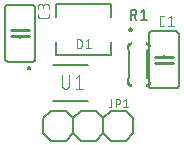
<source format=gbr>
G04 EAGLE Gerber RS-274X export*
G75*
%MOMM*%
%FSLAX34Y34*%
%LPD*%
%INSilkscreen Top*%
%IPPOS*%
%AMOC8*
5,1,8,0,0,1.08239X$1,22.5*%
G01*
%ADD10C,0.127000*%
%ADD11C,0.200000*%
%ADD12C,0.076200*%
%ADD13C,0.152400*%
%ADD14C,0.254000*%
%ADD15C,0.101600*%
%ADD16C,0.015238*%


D10*
X129910Y127061D02*
X176410Y127061D01*
X176410Y137861D01*
X176410Y170061D02*
X129910Y170061D01*
X129910Y137861D02*
X129910Y127061D01*
X176410Y159261D02*
X176410Y170061D01*
X129910Y170061D02*
X129910Y159261D01*
D11*
X192160Y148561D02*
X192162Y148624D01*
X192168Y148686D01*
X192178Y148748D01*
X192191Y148810D01*
X192209Y148870D01*
X192230Y148929D01*
X192255Y148987D01*
X192284Y149043D01*
X192316Y149097D01*
X192351Y149149D01*
X192389Y149198D01*
X192431Y149246D01*
X192475Y149290D01*
X192523Y149332D01*
X192572Y149370D01*
X192624Y149405D01*
X192678Y149437D01*
X192734Y149466D01*
X192792Y149491D01*
X192851Y149512D01*
X192911Y149530D01*
X192973Y149543D01*
X193035Y149553D01*
X193097Y149559D01*
X193160Y149561D01*
X193223Y149559D01*
X193285Y149553D01*
X193347Y149543D01*
X193409Y149530D01*
X193469Y149512D01*
X193528Y149491D01*
X193586Y149466D01*
X193642Y149437D01*
X193696Y149405D01*
X193748Y149370D01*
X193797Y149332D01*
X193845Y149290D01*
X193889Y149246D01*
X193931Y149198D01*
X193969Y149149D01*
X194004Y149097D01*
X194036Y149043D01*
X194065Y148987D01*
X194090Y148929D01*
X194111Y148870D01*
X194129Y148810D01*
X194142Y148748D01*
X194152Y148686D01*
X194158Y148624D01*
X194160Y148561D01*
X194158Y148498D01*
X194152Y148436D01*
X194142Y148374D01*
X194129Y148312D01*
X194111Y148252D01*
X194090Y148193D01*
X194065Y148135D01*
X194036Y148079D01*
X194004Y148025D01*
X193969Y147973D01*
X193931Y147924D01*
X193889Y147876D01*
X193845Y147832D01*
X193797Y147790D01*
X193748Y147752D01*
X193696Y147717D01*
X193642Y147685D01*
X193586Y147656D01*
X193528Y147631D01*
X193469Y147610D01*
X193409Y147592D01*
X193347Y147579D01*
X193285Y147569D01*
X193223Y147563D01*
X193160Y147561D01*
X193097Y147563D01*
X193035Y147569D01*
X192973Y147579D01*
X192911Y147592D01*
X192851Y147610D01*
X192792Y147631D01*
X192734Y147656D01*
X192678Y147685D01*
X192624Y147717D01*
X192572Y147752D01*
X192523Y147790D01*
X192475Y147832D01*
X192431Y147876D01*
X192389Y147924D01*
X192351Y147973D01*
X192316Y148025D01*
X192284Y148079D01*
X192255Y148135D01*
X192230Y148193D01*
X192209Y148252D01*
X192191Y148312D01*
X192178Y148374D01*
X192168Y148436D01*
X192162Y148498D01*
X192160Y148561D01*
D12*
X147635Y140191D02*
X147635Y132825D01*
X147635Y140191D02*
X149681Y140191D01*
X149770Y140189D01*
X149859Y140183D01*
X149948Y140173D01*
X150036Y140160D01*
X150124Y140143D01*
X150211Y140121D01*
X150296Y140096D01*
X150381Y140068D01*
X150464Y140035D01*
X150546Y139999D01*
X150626Y139960D01*
X150704Y139917D01*
X150780Y139871D01*
X150855Y139821D01*
X150927Y139768D01*
X150996Y139712D01*
X151063Y139653D01*
X151128Y139592D01*
X151189Y139527D01*
X151248Y139460D01*
X151304Y139391D01*
X151357Y139319D01*
X151407Y139244D01*
X151453Y139168D01*
X151496Y139090D01*
X151535Y139010D01*
X151571Y138928D01*
X151604Y138845D01*
X151632Y138760D01*
X151657Y138675D01*
X151679Y138588D01*
X151696Y138500D01*
X151709Y138412D01*
X151719Y138323D01*
X151725Y138234D01*
X151727Y138145D01*
X151727Y134872D01*
X151725Y134783D01*
X151719Y134694D01*
X151709Y134605D01*
X151696Y134517D01*
X151679Y134429D01*
X151657Y134342D01*
X151632Y134257D01*
X151604Y134172D01*
X151571Y134089D01*
X151535Y134007D01*
X151496Y133927D01*
X151453Y133849D01*
X151407Y133773D01*
X151357Y133698D01*
X151304Y133626D01*
X151248Y133557D01*
X151189Y133490D01*
X151128Y133425D01*
X151063Y133364D01*
X150996Y133305D01*
X150927Y133249D01*
X150855Y133196D01*
X150780Y133146D01*
X150704Y133100D01*
X150626Y133057D01*
X150546Y133018D01*
X150464Y132982D01*
X150381Y132949D01*
X150296Y132921D01*
X150211Y132896D01*
X150124Y132874D01*
X150036Y132857D01*
X149948Y132844D01*
X149859Y132834D01*
X149770Y132828D01*
X149681Y132826D01*
X149681Y132825D02*
X147635Y132825D01*
X155194Y138555D02*
X157240Y140191D01*
X157240Y132825D01*
X155194Y132825D02*
X159286Y132825D01*
D13*
X208483Y144526D02*
X208483Y101346D01*
X233883Y101346D02*
X233883Y144526D01*
X231343Y147066D02*
X211023Y147066D01*
X211023Y98806D02*
X231343Y98806D01*
X208483Y144526D02*
X208485Y144626D01*
X208491Y144725D01*
X208501Y144825D01*
X208514Y144923D01*
X208532Y145022D01*
X208553Y145119D01*
X208578Y145215D01*
X208607Y145311D01*
X208640Y145405D01*
X208676Y145498D01*
X208716Y145589D01*
X208760Y145679D01*
X208807Y145767D01*
X208857Y145853D01*
X208911Y145937D01*
X208968Y146019D01*
X209028Y146098D01*
X209092Y146176D01*
X209158Y146250D01*
X209227Y146322D01*
X209299Y146391D01*
X209373Y146457D01*
X209451Y146521D01*
X209530Y146581D01*
X209612Y146638D01*
X209696Y146692D01*
X209782Y146742D01*
X209870Y146789D01*
X209960Y146833D01*
X210051Y146873D01*
X210144Y146909D01*
X210238Y146942D01*
X210334Y146971D01*
X210430Y146996D01*
X210527Y147017D01*
X210626Y147035D01*
X210724Y147048D01*
X210824Y147058D01*
X210923Y147064D01*
X211023Y147066D01*
X208483Y101346D02*
X208485Y101246D01*
X208491Y101147D01*
X208501Y101047D01*
X208514Y100949D01*
X208532Y100850D01*
X208553Y100753D01*
X208578Y100657D01*
X208607Y100561D01*
X208640Y100467D01*
X208676Y100374D01*
X208716Y100283D01*
X208760Y100193D01*
X208807Y100105D01*
X208857Y100019D01*
X208911Y99935D01*
X208968Y99853D01*
X209028Y99774D01*
X209092Y99696D01*
X209158Y99622D01*
X209227Y99550D01*
X209299Y99481D01*
X209373Y99415D01*
X209451Y99351D01*
X209530Y99291D01*
X209612Y99234D01*
X209696Y99180D01*
X209782Y99130D01*
X209870Y99083D01*
X209960Y99039D01*
X210051Y98999D01*
X210144Y98963D01*
X210238Y98930D01*
X210334Y98901D01*
X210430Y98876D01*
X210527Y98855D01*
X210626Y98837D01*
X210724Y98824D01*
X210824Y98814D01*
X210923Y98808D01*
X211023Y98806D01*
X233883Y144526D02*
X233881Y144626D01*
X233875Y144725D01*
X233865Y144825D01*
X233852Y144923D01*
X233834Y145022D01*
X233813Y145119D01*
X233788Y145215D01*
X233759Y145311D01*
X233726Y145405D01*
X233690Y145498D01*
X233650Y145589D01*
X233606Y145679D01*
X233559Y145767D01*
X233509Y145853D01*
X233455Y145937D01*
X233398Y146019D01*
X233338Y146098D01*
X233274Y146176D01*
X233208Y146250D01*
X233139Y146322D01*
X233067Y146391D01*
X232993Y146457D01*
X232915Y146521D01*
X232836Y146581D01*
X232754Y146638D01*
X232670Y146692D01*
X232584Y146742D01*
X232496Y146789D01*
X232406Y146833D01*
X232315Y146873D01*
X232222Y146909D01*
X232128Y146942D01*
X232032Y146971D01*
X231936Y146996D01*
X231839Y147017D01*
X231740Y147035D01*
X231642Y147048D01*
X231542Y147058D01*
X231443Y147064D01*
X231343Y147066D01*
X233883Y101346D02*
X233881Y101246D01*
X233875Y101147D01*
X233865Y101047D01*
X233852Y100949D01*
X233834Y100850D01*
X233813Y100753D01*
X233788Y100657D01*
X233759Y100561D01*
X233726Y100467D01*
X233690Y100374D01*
X233650Y100283D01*
X233606Y100193D01*
X233559Y100105D01*
X233509Y100019D01*
X233455Y99935D01*
X233398Y99853D01*
X233338Y99774D01*
X233274Y99696D01*
X233208Y99622D01*
X233139Y99550D01*
X233067Y99481D01*
X232993Y99415D01*
X232915Y99351D01*
X232836Y99291D01*
X232754Y99234D01*
X232670Y99180D01*
X232584Y99130D01*
X232496Y99083D01*
X232406Y99039D01*
X232315Y98999D01*
X232222Y98963D01*
X232128Y98930D01*
X232032Y98901D01*
X231936Y98876D01*
X231839Y98855D01*
X231740Y98837D01*
X231642Y98824D01*
X231542Y98814D01*
X231443Y98808D01*
X231343Y98806D01*
X221183Y125476D02*
X221183Y126746D01*
D14*
X221183Y125476D02*
X213563Y125476D01*
X221183Y125476D02*
X228803Y125476D01*
X221183Y120396D02*
X213563Y120396D01*
X221183Y120396D02*
X228803Y120396D01*
D13*
X221183Y120396D02*
X221183Y119126D01*
D15*
X221652Y151206D02*
X219676Y151206D01*
X219590Y151208D01*
X219504Y151214D01*
X219418Y151223D01*
X219333Y151236D01*
X219248Y151253D01*
X219165Y151273D01*
X219082Y151297D01*
X219000Y151325D01*
X218920Y151356D01*
X218841Y151391D01*
X218764Y151429D01*
X218688Y151471D01*
X218614Y151515D01*
X218543Y151563D01*
X218473Y151614D01*
X218406Y151668D01*
X218341Y151725D01*
X218279Y151785D01*
X218219Y151847D01*
X218162Y151912D01*
X218108Y151979D01*
X218057Y152049D01*
X218009Y152120D01*
X217965Y152194D01*
X217923Y152270D01*
X217885Y152347D01*
X217850Y152426D01*
X217819Y152506D01*
X217791Y152588D01*
X217767Y152671D01*
X217747Y152754D01*
X217730Y152839D01*
X217717Y152924D01*
X217708Y153010D01*
X217702Y153096D01*
X217700Y153182D01*
X217701Y153182D02*
X217701Y158121D01*
X217700Y158121D02*
X217702Y158210D01*
X217708Y158298D01*
X217718Y158386D01*
X217732Y158474D01*
X217750Y158561D01*
X217771Y158647D01*
X217797Y158732D01*
X217826Y158815D01*
X217859Y158898D01*
X217896Y158978D01*
X217936Y159057D01*
X217980Y159134D01*
X218027Y159210D01*
X218077Y159282D01*
X218131Y159353D01*
X218188Y159421D01*
X218248Y159487D01*
X218310Y159549D01*
X218376Y159609D01*
X218444Y159666D01*
X218515Y159720D01*
X218587Y159770D01*
X218662Y159817D01*
X218740Y159861D01*
X218819Y159901D01*
X218899Y159938D01*
X218982Y159971D01*
X219065Y160000D01*
X219150Y160026D01*
X219236Y160047D01*
X219323Y160065D01*
X219411Y160079D01*
X219499Y160089D01*
X219587Y160095D01*
X219676Y160097D01*
X219676Y160096D02*
X221652Y160096D01*
X225160Y158121D02*
X227629Y160096D01*
X227629Y151206D01*
X225160Y151206D02*
X230099Y151206D01*
D16*
X209422Y134416D02*
X208049Y134416D01*
X208049Y134417D02*
X208044Y134500D01*
X208035Y134584D01*
X208022Y134666D01*
X208006Y134748D01*
X207986Y134829D01*
X207962Y134910D01*
X207934Y134989D01*
X207903Y135066D01*
X207869Y135142D01*
X207831Y135217D01*
X207790Y135290D01*
X207745Y135361D01*
X207698Y135430D01*
X207647Y135496D01*
X207594Y135560D01*
X207537Y135622D01*
X207478Y135681D01*
X207416Y135738D01*
X207352Y135791D01*
X207286Y135842D01*
X207217Y135889D01*
X207146Y135934D01*
X207073Y135975D01*
X206998Y136013D01*
X206922Y136047D01*
X206845Y136078D01*
X206766Y136106D01*
X206685Y136130D01*
X206604Y136150D01*
X206522Y136166D01*
X206440Y136179D01*
X206356Y136188D01*
X206273Y136193D01*
X206272Y137566D01*
X206273Y137566D01*
X206385Y137562D01*
X206496Y137553D01*
X206607Y137541D01*
X206718Y137525D01*
X206827Y137505D01*
X206937Y137481D01*
X207045Y137454D01*
X207152Y137422D01*
X207258Y137387D01*
X207363Y137349D01*
X207467Y137307D01*
X207568Y137261D01*
X207669Y137212D01*
X207767Y137159D01*
X207864Y137103D01*
X207959Y137044D01*
X208051Y136981D01*
X208141Y136915D01*
X208229Y136846D01*
X208315Y136775D01*
X208398Y136700D01*
X208478Y136622D01*
X208556Y136542D01*
X208631Y136459D01*
X208702Y136373D01*
X208771Y136285D01*
X208837Y136195D01*
X208900Y136103D01*
X208959Y136008D01*
X209015Y135911D01*
X209068Y135813D01*
X209117Y135712D01*
X209163Y135611D01*
X209205Y135507D01*
X209243Y135402D01*
X209278Y135296D01*
X209310Y135189D01*
X209337Y135081D01*
X209361Y134971D01*
X209381Y134862D01*
X209397Y134751D01*
X209409Y134640D01*
X209418Y134529D01*
X209422Y134417D01*
X209279Y134417D01*
X209274Y134526D01*
X209266Y134635D01*
X209254Y134743D01*
X209238Y134851D01*
X209218Y134958D01*
X209194Y135065D01*
X209166Y135170D01*
X209135Y135275D01*
X209100Y135378D01*
X209062Y135480D01*
X209020Y135581D01*
X208974Y135680D01*
X208925Y135777D01*
X208872Y135873D01*
X208817Y135967D01*
X208757Y136058D01*
X208695Y136148D01*
X208630Y136235D01*
X208561Y136320D01*
X208490Y136402D01*
X208415Y136482D01*
X208338Y136559D01*
X208258Y136634D01*
X208176Y136705D01*
X208091Y136774D01*
X208004Y136839D01*
X207914Y136901D01*
X207823Y136961D01*
X207729Y137016D01*
X207633Y137069D01*
X207536Y137118D01*
X207437Y137164D01*
X207336Y137206D01*
X207234Y137244D01*
X207131Y137279D01*
X207026Y137310D01*
X206921Y137338D01*
X206814Y137362D01*
X206707Y137382D01*
X206599Y137398D01*
X206491Y137410D01*
X206382Y137418D01*
X206273Y137423D01*
X206273Y137280D01*
X206379Y137275D01*
X206485Y137267D01*
X206591Y137255D01*
X206696Y137238D01*
X206800Y137218D01*
X206904Y137195D01*
X207007Y137167D01*
X207108Y137136D01*
X207209Y137101D01*
X207308Y137063D01*
X207406Y137021D01*
X207502Y136976D01*
X207596Y136927D01*
X207689Y136874D01*
X207780Y136819D01*
X207868Y136760D01*
X207954Y136698D01*
X208039Y136633D01*
X208120Y136565D01*
X208199Y136494D01*
X208276Y136420D01*
X208350Y136343D01*
X208421Y136264D01*
X208489Y136183D01*
X208554Y136098D01*
X208616Y136012D01*
X208675Y135924D01*
X208730Y135833D01*
X208783Y135740D01*
X208832Y135646D01*
X208877Y135550D01*
X208919Y135452D01*
X208957Y135353D01*
X208992Y135252D01*
X209023Y135151D01*
X209051Y135048D01*
X209074Y134944D01*
X209094Y134840D01*
X209111Y134735D01*
X209123Y134629D01*
X209131Y134523D01*
X209136Y134417D01*
X208993Y134417D01*
X208988Y134520D01*
X208980Y134623D01*
X208967Y134726D01*
X208951Y134828D01*
X208931Y134930D01*
X208908Y135031D01*
X208880Y135130D01*
X208849Y135229D01*
X208815Y135326D01*
X208776Y135423D01*
X208735Y135517D01*
X208689Y135610D01*
X208641Y135702D01*
X208589Y135791D01*
X208534Y135878D01*
X208475Y135964D01*
X208414Y136047D01*
X208349Y136128D01*
X208281Y136206D01*
X208211Y136282D01*
X208138Y136355D01*
X208062Y136425D01*
X207984Y136493D01*
X207903Y136558D01*
X207820Y136619D01*
X207734Y136678D01*
X207647Y136733D01*
X207558Y136785D01*
X207466Y136833D01*
X207373Y136879D01*
X207279Y136920D01*
X207182Y136959D01*
X207085Y136993D01*
X206986Y137024D01*
X206887Y137052D01*
X206786Y137075D01*
X206684Y137095D01*
X206582Y137111D01*
X206479Y137124D01*
X206376Y137132D01*
X206273Y137137D01*
X206273Y136994D01*
X206373Y136989D01*
X206473Y136981D01*
X206573Y136968D01*
X206672Y136952D01*
X206771Y136932D01*
X206868Y136909D01*
X206965Y136882D01*
X207060Y136851D01*
X207155Y136816D01*
X207248Y136778D01*
X207339Y136737D01*
X207429Y136692D01*
X207517Y136643D01*
X207603Y136592D01*
X207687Y136537D01*
X207769Y136479D01*
X207849Y136418D01*
X207926Y136354D01*
X208001Y136287D01*
X208074Y136218D01*
X208143Y136145D01*
X208210Y136070D01*
X208274Y135993D01*
X208335Y135913D01*
X208393Y135831D01*
X208448Y135747D01*
X208499Y135661D01*
X208548Y135573D01*
X208593Y135483D01*
X208634Y135392D01*
X208672Y135299D01*
X208707Y135204D01*
X208738Y135109D01*
X208765Y135012D01*
X208788Y134915D01*
X208808Y134816D01*
X208824Y134717D01*
X208837Y134617D01*
X208845Y134517D01*
X208850Y134417D01*
X208707Y134417D01*
X208702Y134517D01*
X208693Y134616D01*
X208680Y134715D01*
X208663Y134813D01*
X208642Y134911D01*
X208618Y135008D01*
X208589Y135103D01*
X208557Y135198D01*
X208521Y135291D01*
X208482Y135383D01*
X208439Y135472D01*
X208392Y135561D01*
X208342Y135647D01*
X208288Y135731D01*
X208231Y135813D01*
X208171Y135893D01*
X208108Y135970D01*
X208042Y136045D01*
X207973Y136117D01*
X207901Y136186D01*
X207826Y136252D01*
X207749Y136315D01*
X207669Y136375D01*
X207587Y136432D01*
X207503Y136486D01*
X207417Y136536D01*
X207328Y136583D01*
X207239Y136626D01*
X207147Y136665D01*
X207054Y136701D01*
X206959Y136733D01*
X206864Y136762D01*
X206767Y136786D01*
X206669Y136807D01*
X206571Y136824D01*
X206472Y136837D01*
X206373Y136846D01*
X206273Y136851D01*
X206273Y136708D01*
X206369Y136703D01*
X206465Y136694D01*
X206561Y136681D01*
X206656Y136664D01*
X206750Y136644D01*
X206843Y136619D01*
X206935Y136591D01*
X207026Y136559D01*
X207116Y136523D01*
X207204Y136484D01*
X207291Y136441D01*
X207375Y136395D01*
X207458Y136345D01*
X207538Y136292D01*
X207617Y136236D01*
X207693Y136177D01*
X207766Y136115D01*
X207837Y136049D01*
X207905Y135981D01*
X207971Y135910D01*
X208033Y135837D01*
X208092Y135761D01*
X208148Y135682D01*
X208201Y135602D01*
X208251Y135519D01*
X208297Y135435D01*
X208340Y135348D01*
X208379Y135260D01*
X208415Y135170D01*
X208447Y135079D01*
X208475Y134987D01*
X208500Y134894D01*
X208520Y134800D01*
X208537Y134705D01*
X208550Y134609D01*
X208559Y134513D01*
X208564Y134417D01*
X208421Y134417D01*
X208416Y134510D01*
X208407Y134602D01*
X208394Y134694D01*
X208377Y134785D01*
X208357Y134876D01*
X208333Y134966D01*
X208305Y135054D01*
X208273Y135142D01*
X208238Y135227D01*
X208199Y135312D01*
X208157Y135395D01*
X208111Y135475D01*
X208062Y135554D01*
X208010Y135631D01*
X207954Y135706D01*
X207896Y135778D01*
X207835Y135847D01*
X207770Y135914D01*
X207703Y135979D01*
X207634Y136040D01*
X207562Y136098D01*
X207487Y136154D01*
X207410Y136206D01*
X207331Y136255D01*
X207251Y136301D01*
X207168Y136343D01*
X207083Y136382D01*
X206998Y136417D01*
X206910Y136449D01*
X206822Y136477D01*
X206732Y136501D01*
X206641Y136521D01*
X206550Y136538D01*
X206458Y136551D01*
X206366Y136560D01*
X206273Y136565D01*
X206273Y136422D01*
X206362Y136416D01*
X206451Y136408D01*
X206539Y136395D01*
X206626Y136378D01*
X206713Y136358D01*
X206799Y136334D01*
X206884Y136307D01*
X206967Y136275D01*
X207049Y136241D01*
X207130Y136202D01*
X207208Y136161D01*
X207285Y136116D01*
X207360Y136068D01*
X207433Y136016D01*
X207504Y135962D01*
X207572Y135905D01*
X207637Y135844D01*
X207700Y135781D01*
X207761Y135716D01*
X207818Y135648D01*
X207872Y135577D01*
X207924Y135504D01*
X207972Y135429D01*
X208017Y135352D01*
X208058Y135274D01*
X208097Y135193D01*
X208131Y135111D01*
X208163Y135028D01*
X208190Y134943D01*
X208214Y134857D01*
X208234Y134770D01*
X208251Y134683D01*
X208264Y134595D01*
X208272Y134506D01*
X208278Y134417D01*
X208135Y134417D01*
X208129Y134502D01*
X208120Y134587D01*
X208108Y134671D01*
X208091Y134754D01*
X208071Y134837D01*
X208048Y134919D01*
X208021Y134999D01*
X207990Y135079D01*
X207956Y135157D01*
X207919Y135233D01*
X207878Y135308D01*
X207834Y135381D01*
X207786Y135452D01*
X207736Y135520D01*
X207683Y135587D01*
X207627Y135651D01*
X207568Y135712D01*
X207507Y135771D01*
X207443Y135827D01*
X207376Y135880D01*
X207308Y135930D01*
X207237Y135978D01*
X207164Y136022D01*
X207089Y136063D01*
X207013Y136100D01*
X206935Y136134D01*
X206855Y136165D01*
X206775Y136192D01*
X206693Y136215D01*
X206610Y136235D01*
X206527Y136252D01*
X206443Y136264D01*
X206358Y136273D01*
X206273Y136279D01*
X193422Y137566D02*
X193422Y136193D01*
X193421Y136193D02*
X193338Y136188D01*
X193254Y136179D01*
X193172Y136166D01*
X193090Y136150D01*
X193009Y136130D01*
X192928Y136106D01*
X192849Y136078D01*
X192772Y136047D01*
X192696Y136013D01*
X192621Y135975D01*
X192548Y135934D01*
X192477Y135889D01*
X192408Y135842D01*
X192342Y135791D01*
X192278Y135738D01*
X192216Y135681D01*
X192157Y135622D01*
X192100Y135560D01*
X192047Y135496D01*
X191996Y135430D01*
X191949Y135361D01*
X191904Y135290D01*
X191863Y135217D01*
X191825Y135142D01*
X191791Y135066D01*
X191760Y134989D01*
X191732Y134910D01*
X191708Y134829D01*
X191688Y134748D01*
X191672Y134666D01*
X191659Y134584D01*
X191650Y134500D01*
X191645Y134417D01*
X190272Y134416D01*
X190272Y134417D01*
X190276Y134529D01*
X190285Y134640D01*
X190297Y134751D01*
X190313Y134862D01*
X190333Y134971D01*
X190357Y135081D01*
X190384Y135189D01*
X190416Y135296D01*
X190451Y135402D01*
X190489Y135507D01*
X190531Y135611D01*
X190577Y135712D01*
X190626Y135813D01*
X190679Y135911D01*
X190735Y136008D01*
X190794Y136103D01*
X190857Y136195D01*
X190923Y136285D01*
X190992Y136373D01*
X191063Y136459D01*
X191138Y136542D01*
X191216Y136622D01*
X191296Y136700D01*
X191379Y136775D01*
X191465Y136846D01*
X191553Y136915D01*
X191643Y136981D01*
X191735Y137044D01*
X191830Y137103D01*
X191927Y137159D01*
X192025Y137212D01*
X192126Y137261D01*
X192227Y137307D01*
X192331Y137349D01*
X192436Y137387D01*
X192542Y137422D01*
X192649Y137454D01*
X192757Y137481D01*
X192867Y137505D01*
X192976Y137525D01*
X193087Y137541D01*
X193198Y137553D01*
X193309Y137562D01*
X193421Y137566D01*
X193421Y137423D01*
X193312Y137418D01*
X193203Y137410D01*
X193095Y137398D01*
X192987Y137382D01*
X192880Y137362D01*
X192773Y137338D01*
X192668Y137310D01*
X192563Y137279D01*
X192460Y137244D01*
X192358Y137206D01*
X192257Y137164D01*
X192158Y137118D01*
X192061Y137069D01*
X191965Y137016D01*
X191871Y136961D01*
X191780Y136901D01*
X191690Y136839D01*
X191603Y136774D01*
X191518Y136705D01*
X191436Y136634D01*
X191356Y136559D01*
X191279Y136482D01*
X191204Y136402D01*
X191133Y136320D01*
X191064Y136235D01*
X190999Y136148D01*
X190937Y136058D01*
X190877Y135967D01*
X190822Y135873D01*
X190769Y135777D01*
X190720Y135680D01*
X190674Y135581D01*
X190632Y135480D01*
X190594Y135378D01*
X190559Y135275D01*
X190528Y135170D01*
X190500Y135065D01*
X190476Y134958D01*
X190456Y134851D01*
X190440Y134743D01*
X190428Y134635D01*
X190420Y134526D01*
X190415Y134417D01*
X190558Y134417D01*
X190563Y134523D01*
X190571Y134629D01*
X190583Y134735D01*
X190600Y134840D01*
X190620Y134944D01*
X190643Y135048D01*
X190671Y135151D01*
X190702Y135252D01*
X190737Y135353D01*
X190775Y135452D01*
X190817Y135550D01*
X190862Y135646D01*
X190911Y135740D01*
X190964Y135833D01*
X191019Y135924D01*
X191078Y136012D01*
X191140Y136098D01*
X191205Y136183D01*
X191273Y136264D01*
X191344Y136343D01*
X191418Y136420D01*
X191495Y136494D01*
X191574Y136565D01*
X191655Y136633D01*
X191740Y136698D01*
X191826Y136760D01*
X191914Y136819D01*
X192005Y136874D01*
X192098Y136927D01*
X192192Y136976D01*
X192288Y137021D01*
X192386Y137063D01*
X192485Y137101D01*
X192586Y137136D01*
X192687Y137167D01*
X192790Y137195D01*
X192894Y137218D01*
X192998Y137238D01*
X193103Y137255D01*
X193209Y137267D01*
X193315Y137275D01*
X193421Y137280D01*
X193421Y137137D01*
X193318Y137132D01*
X193215Y137124D01*
X193112Y137111D01*
X193010Y137095D01*
X192908Y137075D01*
X192807Y137052D01*
X192708Y137024D01*
X192609Y136993D01*
X192512Y136959D01*
X192415Y136920D01*
X192321Y136879D01*
X192228Y136833D01*
X192136Y136785D01*
X192047Y136733D01*
X191960Y136678D01*
X191874Y136619D01*
X191791Y136558D01*
X191710Y136493D01*
X191632Y136425D01*
X191556Y136355D01*
X191483Y136282D01*
X191413Y136206D01*
X191345Y136128D01*
X191280Y136047D01*
X191219Y135964D01*
X191160Y135878D01*
X191105Y135791D01*
X191053Y135702D01*
X191005Y135610D01*
X190959Y135517D01*
X190918Y135423D01*
X190879Y135326D01*
X190845Y135229D01*
X190814Y135130D01*
X190786Y135031D01*
X190763Y134930D01*
X190743Y134828D01*
X190727Y134726D01*
X190714Y134623D01*
X190706Y134520D01*
X190701Y134417D01*
X190844Y134417D01*
X190849Y134517D01*
X190857Y134617D01*
X190870Y134717D01*
X190886Y134816D01*
X190906Y134915D01*
X190929Y135012D01*
X190956Y135109D01*
X190987Y135204D01*
X191022Y135299D01*
X191060Y135392D01*
X191101Y135483D01*
X191146Y135573D01*
X191195Y135661D01*
X191246Y135747D01*
X191301Y135831D01*
X191359Y135913D01*
X191420Y135993D01*
X191484Y136070D01*
X191551Y136145D01*
X191620Y136218D01*
X191693Y136287D01*
X191768Y136354D01*
X191845Y136418D01*
X191925Y136479D01*
X192007Y136537D01*
X192091Y136592D01*
X192177Y136643D01*
X192265Y136692D01*
X192355Y136737D01*
X192446Y136778D01*
X192539Y136816D01*
X192634Y136851D01*
X192729Y136882D01*
X192826Y136909D01*
X192923Y136932D01*
X193022Y136952D01*
X193121Y136968D01*
X193221Y136981D01*
X193321Y136989D01*
X193421Y136994D01*
X193421Y136851D01*
X193321Y136846D01*
X193222Y136837D01*
X193123Y136824D01*
X193025Y136807D01*
X192927Y136786D01*
X192830Y136762D01*
X192735Y136733D01*
X192640Y136701D01*
X192547Y136665D01*
X192455Y136626D01*
X192366Y136583D01*
X192277Y136536D01*
X192191Y136486D01*
X192107Y136432D01*
X192025Y136375D01*
X191945Y136315D01*
X191868Y136252D01*
X191793Y136186D01*
X191721Y136117D01*
X191652Y136045D01*
X191586Y135970D01*
X191523Y135893D01*
X191463Y135813D01*
X191406Y135731D01*
X191352Y135647D01*
X191302Y135561D01*
X191255Y135472D01*
X191212Y135383D01*
X191173Y135291D01*
X191137Y135198D01*
X191105Y135103D01*
X191076Y135008D01*
X191052Y134911D01*
X191031Y134813D01*
X191014Y134715D01*
X191001Y134616D01*
X190992Y134517D01*
X190987Y134417D01*
X191130Y134417D01*
X191135Y134513D01*
X191144Y134609D01*
X191157Y134705D01*
X191174Y134800D01*
X191194Y134894D01*
X191219Y134987D01*
X191247Y135079D01*
X191279Y135170D01*
X191315Y135260D01*
X191354Y135348D01*
X191397Y135435D01*
X191443Y135519D01*
X191493Y135602D01*
X191546Y135682D01*
X191602Y135761D01*
X191661Y135837D01*
X191723Y135910D01*
X191789Y135981D01*
X191857Y136049D01*
X191928Y136115D01*
X192001Y136177D01*
X192077Y136236D01*
X192156Y136292D01*
X192236Y136345D01*
X192319Y136395D01*
X192403Y136441D01*
X192490Y136484D01*
X192578Y136523D01*
X192668Y136559D01*
X192759Y136591D01*
X192851Y136619D01*
X192944Y136644D01*
X193038Y136664D01*
X193133Y136681D01*
X193229Y136694D01*
X193325Y136703D01*
X193421Y136708D01*
X193421Y136565D01*
X193328Y136560D01*
X193236Y136551D01*
X193144Y136538D01*
X193053Y136521D01*
X192962Y136501D01*
X192872Y136477D01*
X192784Y136449D01*
X192696Y136417D01*
X192611Y136382D01*
X192526Y136343D01*
X192443Y136301D01*
X192363Y136255D01*
X192284Y136206D01*
X192207Y136154D01*
X192132Y136098D01*
X192060Y136040D01*
X191991Y135979D01*
X191924Y135914D01*
X191859Y135847D01*
X191798Y135778D01*
X191740Y135706D01*
X191684Y135631D01*
X191632Y135554D01*
X191583Y135475D01*
X191537Y135395D01*
X191495Y135312D01*
X191456Y135227D01*
X191421Y135142D01*
X191389Y135054D01*
X191361Y134966D01*
X191337Y134876D01*
X191317Y134785D01*
X191300Y134694D01*
X191287Y134602D01*
X191278Y134510D01*
X191273Y134417D01*
X191416Y134417D01*
X191422Y134506D01*
X191430Y134595D01*
X191443Y134683D01*
X191460Y134770D01*
X191480Y134857D01*
X191504Y134943D01*
X191531Y135028D01*
X191563Y135111D01*
X191597Y135193D01*
X191636Y135274D01*
X191677Y135352D01*
X191722Y135429D01*
X191770Y135504D01*
X191822Y135577D01*
X191876Y135648D01*
X191933Y135716D01*
X191994Y135781D01*
X192057Y135844D01*
X192122Y135905D01*
X192190Y135962D01*
X192261Y136016D01*
X192334Y136068D01*
X192409Y136116D01*
X192486Y136161D01*
X192564Y136202D01*
X192645Y136241D01*
X192727Y136275D01*
X192810Y136307D01*
X192895Y136334D01*
X192981Y136358D01*
X193068Y136378D01*
X193155Y136395D01*
X193243Y136408D01*
X193332Y136416D01*
X193421Y136422D01*
X193421Y136279D01*
X193336Y136273D01*
X193251Y136264D01*
X193167Y136252D01*
X193084Y136235D01*
X193001Y136215D01*
X192919Y136192D01*
X192839Y136165D01*
X192759Y136134D01*
X192681Y136100D01*
X192605Y136063D01*
X192530Y136022D01*
X192457Y135978D01*
X192386Y135930D01*
X192318Y135880D01*
X192251Y135827D01*
X192187Y135771D01*
X192126Y135712D01*
X192067Y135651D01*
X192011Y135587D01*
X191958Y135520D01*
X191908Y135452D01*
X191860Y135381D01*
X191816Y135308D01*
X191775Y135233D01*
X191738Y135157D01*
X191704Y135079D01*
X191673Y134999D01*
X191646Y134919D01*
X191623Y134837D01*
X191603Y134754D01*
X191586Y134671D01*
X191574Y134587D01*
X191565Y134502D01*
X191559Y134417D01*
X190272Y103786D02*
X191645Y103786D01*
X191645Y103785D02*
X191650Y103702D01*
X191659Y103618D01*
X191672Y103536D01*
X191688Y103454D01*
X191708Y103373D01*
X191732Y103292D01*
X191760Y103213D01*
X191791Y103136D01*
X191825Y103060D01*
X191863Y102985D01*
X191904Y102912D01*
X191949Y102841D01*
X191996Y102772D01*
X192047Y102706D01*
X192100Y102642D01*
X192157Y102580D01*
X192216Y102521D01*
X192278Y102464D01*
X192342Y102411D01*
X192408Y102360D01*
X192477Y102313D01*
X192548Y102268D01*
X192621Y102227D01*
X192696Y102189D01*
X192772Y102155D01*
X192849Y102124D01*
X192928Y102096D01*
X193009Y102072D01*
X193090Y102052D01*
X193172Y102036D01*
X193254Y102023D01*
X193338Y102014D01*
X193421Y102009D01*
X193422Y100636D01*
X193421Y100636D01*
X193309Y100640D01*
X193198Y100649D01*
X193087Y100661D01*
X192976Y100677D01*
X192867Y100697D01*
X192757Y100721D01*
X192649Y100748D01*
X192542Y100780D01*
X192436Y100815D01*
X192331Y100853D01*
X192227Y100895D01*
X192126Y100941D01*
X192025Y100990D01*
X191927Y101043D01*
X191830Y101099D01*
X191735Y101158D01*
X191643Y101221D01*
X191553Y101287D01*
X191465Y101356D01*
X191379Y101427D01*
X191296Y101502D01*
X191216Y101580D01*
X191138Y101660D01*
X191063Y101743D01*
X190992Y101829D01*
X190923Y101917D01*
X190857Y102007D01*
X190794Y102099D01*
X190735Y102194D01*
X190679Y102291D01*
X190626Y102389D01*
X190577Y102490D01*
X190531Y102591D01*
X190489Y102695D01*
X190451Y102800D01*
X190416Y102906D01*
X190384Y103013D01*
X190357Y103121D01*
X190333Y103231D01*
X190313Y103340D01*
X190297Y103451D01*
X190285Y103562D01*
X190276Y103673D01*
X190272Y103785D01*
X190415Y103785D01*
X190420Y103676D01*
X190428Y103567D01*
X190440Y103459D01*
X190456Y103351D01*
X190476Y103244D01*
X190500Y103137D01*
X190528Y103032D01*
X190559Y102927D01*
X190594Y102824D01*
X190632Y102722D01*
X190674Y102621D01*
X190720Y102522D01*
X190769Y102425D01*
X190822Y102329D01*
X190877Y102235D01*
X190937Y102144D01*
X190999Y102054D01*
X191064Y101967D01*
X191133Y101882D01*
X191204Y101800D01*
X191279Y101720D01*
X191356Y101643D01*
X191436Y101568D01*
X191518Y101497D01*
X191603Y101428D01*
X191690Y101363D01*
X191780Y101301D01*
X191871Y101241D01*
X191965Y101186D01*
X192061Y101133D01*
X192158Y101084D01*
X192257Y101038D01*
X192358Y100996D01*
X192460Y100958D01*
X192563Y100923D01*
X192668Y100892D01*
X192773Y100864D01*
X192880Y100840D01*
X192987Y100820D01*
X193095Y100804D01*
X193203Y100792D01*
X193312Y100784D01*
X193421Y100779D01*
X193421Y100922D01*
X193315Y100927D01*
X193209Y100935D01*
X193103Y100947D01*
X192998Y100964D01*
X192894Y100984D01*
X192790Y101007D01*
X192687Y101035D01*
X192586Y101066D01*
X192485Y101101D01*
X192386Y101139D01*
X192288Y101181D01*
X192192Y101226D01*
X192098Y101275D01*
X192005Y101328D01*
X191914Y101383D01*
X191826Y101442D01*
X191740Y101504D01*
X191655Y101569D01*
X191574Y101637D01*
X191495Y101708D01*
X191418Y101782D01*
X191344Y101859D01*
X191273Y101938D01*
X191205Y102019D01*
X191140Y102104D01*
X191078Y102190D01*
X191019Y102278D01*
X190964Y102369D01*
X190911Y102462D01*
X190862Y102556D01*
X190817Y102652D01*
X190775Y102750D01*
X190737Y102849D01*
X190702Y102950D01*
X190671Y103051D01*
X190643Y103154D01*
X190620Y103258D01*
X190600Y103362D01*
X190583Y103467D01*
X190571Y103573D01*
X190563Y103679D01*
X190558Y103785D01*
X190701Y103785D01*
X190706Y103682D01*
X190714Y103579D01*
X190727Y103476D01*
X190743Y103374D01*
X190763Y103272D01*
X190786Y103171D01*
X190814Y103072D01*
X190845Y102973D01*
X190879Y102876D01*
X190918Y102779D01*
X190959Y102685D01*
X191005Y102592D01*
X191053Y102500D01*
X191105Y102411D01*
X191160Y102324D01*
X191219Y102238D01*
X191280Y102155D01*
X191345Y102074D01*
X191413Y101996D01*
X191483Y101920D01*
X191556Y101847D01*
X191632Y101777D01*
X191710Y101709D01*
X191791Y101644D01*
X191874Y101583D01*
X191960Y101524D01*
X192047Y101469D01*
X192136Y101417D01*
X192228Y101369D01*
X192321Y101323D01*
X192415Y101282D01*
X192512Y101243D01*
X192609Y101209D01*
X192708Y101178D01*
X192807Y101150D01*
X192908Y101127D01*
X193010Y101107D01*
X193112Y101091D01*
X193215Y101078D01*
X193318Y101070D01*
X193421Y101065D01*
X193421Y101208D01*
X193321Y101213D01*
X193221Y101221D01*
X193121Y101234D01*
X193022Y101250D01*
X192923Y101270D01*
X192826Y101293D01*
X192729Y101320D01*
X192634Y101351D01*
X192539Y101386D01*
X192446Y101424D01*
X192355Y101465D01*
X192265Y101510D01*
X192177Y101559D01*
X192091Y101610D01*
X192007Y101665D01*
X191925Y101723D01*
X191845Y101784D01*
X191768Y101848D01*
X191693Y101915D01*
X191620Y101984D01*
X191551Y102057D01*
X191484Y102132D01*
X191420Y102209D01*
X191359Y102289D01*
X191301Y102371D01*
X191246Y102455D01*
X191195Y102541D01*
X191146Y102629D01*
X191101Y102719D01*
X191060Y102810D01*
X191022Y102903D01*
X190987Y102998D01*
X190956Y103093D01*
X190929Y103190D01*
X190906Y103287D01*
X190886Y103386D01*
X190870Y103485D01*
X190857Y103585D01*
X190849Y103685D01*
X190844Y103785D01*
X190987Y103785D01*
X190992Y103685D01*
X191001Y103586D01*
X191014Y103487D01*
X191031Y103389D01*
X191052Y103291D01*
X191076Y103194D01*
X191105Y103099D01*
X191137Y103004D01*
X191173Y102911D01*
X191212Y102819D01*
X191255Y102730D01*
X191302Y102641D01*
X191352Y102555D01*
X191406Y102471D01*
X191463Y102389D01*
X191523Y102309D01*
X191586Y102232D01*
X191652Y102157D01*
X191721Y102085D01*
X191793Y102016D01*
X191868Y101950D01*
X191945Y101887D01*
X192025Y101827D01*
X192107Y101770D01*
X192191Y101716D01*
X192277Y101666D01*
X192366Y101619D01*
X192455Y101576D01*
X192547Y101537D01*
X192640Y101501D01*
X192735Y101469D01*
X192830Y101440D01*
X192927Y101416D01*
X193025Y101395D01*
X193123Y101378D01*
X193222Y101365D01*
X193321Y101356D01*
X193421Y101351D01*
X193421Y101494D01*
X193325Y101499D01*
X193229Y101508D01*
X193133Y101521D01*
X193038Y101538D01*
X192944Y101558D01*
X192851Y101583D01*
X192759Y101611D01*
X192668Y101643D01*
X192578Y101679D01*
X192490Y101718D01*
X192403Y101761D01*
X192319Y101807D01*
X192236Y101857D01*
X192156Y101910D01*
X192077Y101966D01*
X192001Y102025D01*
X191928Y102087D01*
X191857Y102153D01*
X191789Y102221D01*
X191723Y102292D01*
X191661Y102365D01*
X191602Y102441D01*
X191546Y102520D01*
X191493Y102600D01*
X191443Y102683D01*
X191397Y102767D01*
X191354Y102854D01*
X191315Y102942D01*
X191279Y103032D01*
X191247Y103123D01*
X191219Y103215D01*
X191194Y103308D01*
X191174Y103402D01*
X191157Y103497D01*
X191144Y103593D01*
X191135Y103689D01*
X191130Y103785D01*
X191273Y103785D01*
X191278Y103692D01*
X191287Y103600D01*
X191300Y103508D01*
X191317Y103417D01*
X191337Y103326D01*
X191361Y103236D01*
X191389Y103148D01*
X191421Y103060D01*
X191456Y102975D01*
X191495Y102890D01*
X191537Y102807D01*
X191583Y102727D01*
X191632Y102648D01*
X191684Y102571D01*
X191740Y102496D01*
X191798Y102424D01*
X191859Y102355D01*
X191924Y102288D01*
X191991Y102223D01*
X192060Y102162D01*
X192132Y102104D01*
X192207Y102048D01*
X192284Y101996D01*
X192363Y101947D01*
X192443Y101901D01*
X192526Y101859D01*
X192611Y101820D01*
X192696Y101785D01*
X192784Y101753D01*
X192872Y101725D01*
X192962Y101701D01*
X193053Y101681D01*
X193144Y101664D01*
X193236Y101651D01*
X193328Y101642D01*
X193421Y101637D01*
X193421Y101780D01*
X193332Y101786D01*
X193243Y101794D01*
X193155Y101807D01*
X193068Y101824D01*
X192981Y101844D01*
X192895Y101868D01*
X192810Y101895D01*
X192727Y101927D01*
X192645Y101961D01*
X192564Y102000D01*
X192486Y102041D01*
X192409Y102086D01*
X192334Y102134D01*
X192261Y102186D01*
X192190Y102240D01*
X192122Y102297D01*
X192057Y102358D01*
X191994Y102421D01*
X191933Y102486D01*
X191876Y102554D01*
X191822Y102625D01*
X191770Y102698D01*
X191722Y102773D01*
X191677Y102850D01*
X191636Y102928D01*
X191597Y103009D01*
X191563Y103091D01*
X191531Y103174D01*
X191504Y103259D01*
X191480Y103345D01*
X191460Y103432D01*
X191443Y103519D01*
X191430Y103607D01*
X191422Y103696D01*
X191416Y103785D01*
X191559Y103785D01*
X191565Y103700D01*
X191574Y103615D01*
X191586Y103531D01*
X191603Y103448D01*
X191623Y103365D01*
X191646Y103283D01*
X191673Y103203D01*
X191704Y103123D01*
X191738Y103045D01*
X191775Y102969D01*
X191816Y102894D01*
X191860Y102821D01*
X191908Y102750D01*
X191958Y102682D01*
X192011Y102615D01*
X192067Y102551D01*
X192126Y102490D01*
X192187Y102431D01*
X192251Y102375D01*
X192318Y102322D01*
X192386Y102272D01*
X192457Y102224D01*
X192530Y102180D01*
X192605Y102139D01*
X192681Y102102D01*
X192759Y102068D01*
X192839Y102037D01*
X192919Y102010D01*
X193001Y101987D01*
X193084Y101967D01*
X193167Y101950D01*
X193251Y101938D01*
X193336Y101929D01*
X193421Y101923D01*
X206272Y100636D02*
X206272Y102009D01*
X206273Y102009D02*
X206356Y102014D01*
X206440Y102023D01*
X206522Y102036D01*
X206604Y102052D01*
X206685Y102072D01*
X206766Y102096D01*
X206845Y102124D01*
X206922Y102155D01*
X206998Y102189D01*
X207073Y102227D01*
X207146Y102268D01*
X207217Y102313D01*
X207286Y102360D01*
X207352Y102411D01*
X207416Y102464D01*
X207478Y102521D01*
X207537Y102580D01*
X207594Y102642D01*
X207647Y102706D01*
X207698Y102772D01*
X207745Y102841D01*
X207790Y102912D01*
X207831Y102985D01*
X207869Y103060D01*
X207903Y103136D01*
X207934Y103213D01*
X207962Y103292D01*
X207986Y103373D01*
X208006Y103454D01*
X208022Y103536D01*
X208035Y103618D01*
X208044Y103702D01*
X208049Y103785D01*
X209422Y103786D01*
X209422Y103785D01*
X209418Y103673D01*
X209409Y103562D01*
X209397Y103451D01*
X209381Y103340D01*
X209361Y103231D01*
X209337Y103121D01*
X209310Y103013D01*
X209278Y102906D01*
X209243Y102800D01*
X209205Y102695D01*
X209163Y102591D01*
X209117Y102490D01*
X209068Y102389D01*
X209015Y102291D01*
X208959Y102194D01*
X208900Y102099D01*
X208837Y102007D01*
X208771Y101917D01*
X208702Y101829D01*
X208631Y101743D01*
X208556Y101660D01*
X208478Y101580D01*
X208398Y101502D01*
X208315Y101427D01*
X208229Y101356D01*
X208141Y101287D01*
X208051Y101221D01*
X207959Y101158D01*
X207864Y101099D01*
X207767Y101043D01*
X207669Y100990D01*
X207568Y100941D01*
X207467Y100895D01*
X207363Y100853D01*
X207258Y100815D01*
X207152Y100780D01*
X207045Y100748D01*
X206937Y100721D01*
X206827Y100697D01*
X206718Y100677D01*
X206607Y100661D01*
X206496Y100649D01*
X206385Y100640D01*
X206273Y100636D01*
X206273Y100779D01*
X206382Y100784D01*
X206491Y100792D01*
X206599Y100804D01*
X206707Y100820D01*
X206814Y100840D01*
X206921Y100864D01*
X207026Y100892D01*
X207131Y100923D01*
X207234Y100958D01*
X207336Y100996D01*
X207437Y101038D01*
X207536Y101084D01*
X207633Y101133D01*
X207729Y101186D01*
X207823Y101241D01*
X207914Y101301D01*
X208004Y101363D01*
X208091Y101428D01*
X208176Y101497D01*
X208258Y101568D01*
X208338Y101643D01*
X208415Y101720D01*
X208490Y101800D01*
X208561Y101882D01*
X208630Y101967D01*
X208695Y102054D01*
X208757Y102144D01*
X208817Y102235D01*
X208872Y102329D01*
X208925Y102425D01*
X208974Y102522D01*
X209020Y102621D01*
X209062Y102722D01*
X209100Y102824D01*
X209135Y102927D01*
X209166Y103032D01*
X209194Y103137D01*
X209218Y103244D01*
X209238Y103351D01*
X209254Y103459D01*
X209266Y103567D01*
X209274Y103676D01*
X209279Y103785D01*
X209136Y103785D01*
X209131Y103679D01*
X209123Y103573D01*
X209111Y103467D01*
X209094Y103362D01*
X209074Y103258D01*
X209051Y103154D01*
X209023Y103051D01*
X208992Y102950D01*
X208957Y102849D01*
X208919Y102750D01*
X208877Y102652D01*
X208832Y102556D01*
X208783Y102462D01*
X208730Y102369D01*
X208675Y102278D01*
X208616Y102190D01*
X208554Y102104D01*
X208489Y102019D01*
X208421Y101938D01*
X208350Y101859D01*
X208276Y101782D01*
X208199Y101708D01*
X208120Y101637D01*
X208039Y101569D01*
X207954Y101504D01*
X207868Y101442D01*
X207780Y101383D01*
X207689Y101328D01*
X207596Y101275D01*
X207502Y101226D01*
X207406Y101181D01*
X207308Y101139D01*
X207209Y101101D01*
X207108Y101066D01*
X207007Y101035D01*
X206904Y101007D01*
X206800Y100984D01*
X206696Y100964D01*
X206591Y100947D01*
X206485Y100935D01*
X206379Y100927D01*
X206273Y100922D01*
X206273Y101065D01*
X206376Y101070D01*
X206479Y101078D01*
X206582Y101091D01*
X206684Y101107D01*
X206786Y101127D01*
X206887Y101150D01*
X206986Y101178D01*
X207085Y101209D01*
X207182Y101243D01*
X207279Y101282D01*
X207373Y101323D01*
X207466Y101369D01*
X207558Y101417D01*
X207647Y101469D01*
X207734Y101524D01*
X207820Y101583D01*
X207903Y101644D01*
X207984Y101709D01*
X208062Y101777D01*
X208138Y101847D01*
X208211Y101920D01*
X208281Y101996D01*
X208349Y102074D01*
X208414Y102155D01*
X208475Y102238D01*
X208534Y102324D01*
X208589Y102411D01*
X208641Y102500D01*
X208689Y102592D01*
X208735Y102685D01*
X208776Y102779D01*
X208815Y102876D01*
X208849Y102973D01*
X208880Y103072D01*
X208908Y103171D01*
X208931Y103272D01*
X208951Y103374D01*
X208967Y103476D01*
X208980Y103579D01*
X208988Y103682D01*
X208993Y103785D01*
X208850Y103785D01*
X208845Y103685D01*
X208837Y103585D01*
X208824Y103485D01*
X208808Y103386D01*
X208788Y103287D01*
X208765Y103190D01*
X208738Y103093D01*
X208707Y102998D01*
X208672Y102903D01*
X208634Y102810D01*
X208593Y102719D01*
X208548Y102629D01*
X208499Y102541D01*
X208448Y102455D01*
X208393Y102371D01*
X208335Y102289D01*
X208274Y102209D01*
X208210Y102132D01*
X208143Y102057D01*
X208074Y101984D01*
X208001Y101915D01*
X207926Y101848D01*
X207849Y101784D01*
X207769Y101723D01*
X207687Y101665D01*
X207603Y101610D01*
X207517Y101559D01*
X207429Y101510D01*
X207339Y101465D01*
X207248Y101424D01*
X207155Y101386D01*
X207060Y101351D01*
X206965Y101320D01*
X206868Y101293D01*
X206771Y101270D01*
X206672Y101250D01*
X206573Y101234D01*
X206473Y101221D01*
X206373Y101213D01*
X206273Y101208D01*
X206273Y101351D01*
X206373Y101356D01*
X206472Y101365D01*
X206571Y101378D01*
X206669Y101395D01*
X206767Y101416D01*
X206864Y101440D01*
X206959Y101469D01*
X207054Y101501D01*
X207147Y101537D01*
X207239Y101576D01*
X207328Y101619D01*
X207417Y101666D01*
X207503Y101716D01*
X207587Y101770D01*
X207669Y101827D01*
X207749Y101887D01*
X207826Y101950D01*
X207901Y102016D01*
X207973Y102085D01*
X208042Y102157D01*
X208108Y102232D01*
X208171Y102309D01*
X208231Y102389D01*
X208288Y102471D01*
X208342Y102555D01*
X208392Y102641D01*
X208439Y102730D01*
X208482Y102819D01*
X208521Y102911D01*
X208557Y103004D01*
X208589Y103099D01*
X208618Y103194D01*
X208642Y103291D01*
X208663Y103389D01*
X208680Y103487D01*
X208693Y103586D01*
X208702Y103685D01*
X208707Y103785D01*
X208564Y103785D01*
X208559Y103689D01*
X208550Y103593D01*
X208537Y103497D01*
X208520Y103402D01*
X208500Y103308D01*
X208475Y103215D01*
X208447Y103123D01*
X208415Y103032D01*
X208379Y102942D01*
X208340Y102854D01*
X208297Y102767D01*
X208251Y102683D01*
X208201Y102600D01*
X208148Y102520D01*
X208092Y102441D01*
X208033Y102365D01*
X207971Y102292D01*
X207905Y102221D01*
X207837Y102153D01*
X207766Y102087D01*
X207693Y102025D01*
X207617Y101966D01*
X207538Y101910D01*
X207458Y101857D01*
X207375Y101807D01*
X207291Y101761D01*
X207204Y101718D01*
X207116Y101679D01*
X207026Y101643D01*
X206935Y101611D01*
X206843Y101583D01*
X206750Y101558D01*
X206656Y101538D01*
X206561Y101521D01*
X206465Y101508D01*
X206369Y101499D01*
X206273Y101494D01*
X206273Y101637D01*
X206366Y101642D01*
X206458Y101651D01*
X206550Y101664D01*
X206641Y101681D01*
X206732Y101701D01*
X206822Y101725D01*
X206910Y101753D01*
X206998Y101785D01*
X207083Y101820D01*
X207168Y101859D01*
X207251Y101901D01*
X207331Y101947D01*
X207410Y101996D01*
X207487Y102048D01*
X207562Y102104D01*
X207634Y102162D01*
X207703Y102223D01*
X207770Y102288D01*
X207835Y102355D01*
X207896Y102424D01*
X207954Y102496D01*
X208010Y102571D01*
X208062Y102648D01*
X208111Y102727D01*
X208157Y102807D01*
X208199Y102890D01*
X208238Y102975D01*
X208273Y103060D01*
X208305Y103148D01*
X208333Y103236D01*
X208357Y103326D01*
X208377Y103417D01*
X208394Y103508D01*
X208407Y103600D01*
X208416Y103692D01*
X208421Y103785D01*
X208278Y103785D01*
X208272Y103696D01*
X208264Y103607D01*
X208251Y103519D01*
X208234Y103432D01*
X208214Y103345D01*
X208190Y103259D01*
X208163Y103174D01*
X208131Y103091D01*
X208097Y103009D01*
X208058Y102928D01*
X208017Y102850D01*
X207972Y102773D01*
X207924Y102698D01*
X207872Y102625D01*
X207818Y102554D01*
X207761Y102486D01*
X207700Y102421D01*
X207637Y102358D01*
X207572Y102297D01*
X207504Y102240D01*
X207433Y102186D01*
X207360Y102134D01*
X207285Y102086D01*
X207208Y102041D01*
X207130Y102000D01*
X207049Y101961D01*
X206967Y101927D01*
X206884Y101895D01*
X206799Y101868D01*
X206713Y101844D01*
X206626Y101824D01*
X206539Y101807D01*
X206451Y101794D01*
X206362Y101786D01*
X206273Y101780D01*
X206273Y101923D01*
X206358Y101929D01*
X206443Y101938D01*
X206527Y101950D01*
X206610Y101967D01*
X206693Y101987D01*
X206775Y102010D01*
X206855Y102037D01*
X206935Y102068D01*
X207013Y102102D01*
X207089Y102139D01*
X207164Y102180D01*
X207237Y102224D01*
X207308Y102272D01*
X207376Y102322D01*
X207443Y102375D01*
X207507Y102431D01*
X207568Y102490D01*
X207627Y102551D01*
X207683Y102615D01*
X207736Y102682D01*
X207786Y102750D01*
X207834Y102821D01*
X207878Y102894D01*
X207919Y102969D01*
X207956Y103045D01*
X207990Y103123D01*
X208021Y103203D01*
X208048Y103283D01*
X208071Y103365D01*
X208091Y103448D01*
X208108Y103531D01*
X208120Y103615D01*
X208129Y103700D01*
X208135Y103785D01*
D13*
X208737Y131801D02*
X208737Y134341D01*
X208737Y131801D02*
X207467Y130531D01*
X190957Y131801D02*
X190957Y134341D01*
X190957Y131801D02*
X192227Y130531D01*
X207467Y107671D02*
X208737Y106401D01*
X207467Y107671D02*
X207467Y130531D01*
X192227Y107671D02*
X190957Y106401D01*
X192227Y107671D02*
X192227Y130531D01*
X208737Y106401D02*
X208737Y103861D01*
X190957Y103861D02*
X190957Y106401D01*
D10*
X193116Y156820D02*
X193116Y165456D01*
X195515Y165456D01*
X195612Y165454D01*
X195708Y165448D01*
X195804Y165439D01*
X195900Y165425D01*
X195995Y165408D01*
X196089Y165386D01*
X196182Y165361D01*
X196275Y165333D01*
X196366Y165300D01*
X196455Y165264D01*
X196543Y165224D01*
X196630Y165181D01*
X196715Y165135D01*
X196797Y165085D01*
X196878Y165031D01*
X196956Y164975D01*
X197032Y164915D01*
X197106Y164853D01*
X197177Y164787D01*
X197245Y164719D01*
X197311Y164648D01*
X197373Y164574D01*
X197433Y164498D01*
X197489Y164420D01*
X197543Y164339D01*
X197593Y164256D01*
X197639Y164172D01*
X197682Y164085D01*
X197722Y163997D01*
X197758Y163908D01*
X197791Y163817D01*
X197819Y163724D01*
X197844Y163631D01*
X197866Y163537D01*
X197883Y163442D01*
X197897Y163346D01*
X197906Y163250D01*
X197912Y163154D01*
X197914Y163057D01*
X197912Y162960D01*
X197906Y162864D01*
X197897Y162768D01*
X197883Y162672D01*
X197866Y162577D01*
X197844Y162483D01*
X197819Y162390D01*
X197791Y162297D01*
X197758Y162206D01*
X197722Y162117D01*
X197682Y162029D01*
X197639Y161942D01*
X197593Y161858D01*
X197543Y161775D01*
X197489Y161694D01*
X197433Y161616D01*
X197373Y161540D01*
X197311Y161466D01*
X197245Y161395D01*
X197177Y161327D01*
X197106Y161261D01*
X197032Y161199D01*
X196956Y161139D01*
X196878Y161083D01*
X196797Y161029D01*
X196715Y160979D01*
X196630Y160933D01*
X196543Y160890D01*
X196455Y160850D01*
X196366Y160814D01*
X196275Y160781D01*
X196182Y160753D01*
X196089Y160728D01*
X195995Y160706D01*
X195900Y160689D01*
X195804Y160675D01*
X195708Y160666D01*
X195612Y160660D01*
X195515Y160658D01*
X193116Y160658D01*
X195995Y160658D02*
X197914Y156820D01*
X201957Y163536D02*
X204356Y165456D01*
X204356Y156820D01*
X201957Y156820D02*
X206755Y156820D01*
D13*
X87097Y167081D02*
X87097Y123901D01*
X112497Y123901D02*
X112497Y167081D01*
X109957Y169621D02*
X89637Y169621D01*
X89637Y121361D02*
X109957Y121361D01*
X87097Y167081D02*
X87099Y167181D01*
X87105Y167280D01*
X87115Y167380D01*
X87128Y167478D01*
X87146Y167577D01*
X87167Y167674D01*
X87192Y167770D01*
X87221Y167866D01*
X87254Y167960D01*
X87290Y168053D01*
X87330Y168144D01*
X87374Y168234D01*
X87421Y168322D01*
X87471Y168408D01*
X87525Y168492D01*
X87582Y168574D01*
X87642Y168653D01*
X87706Y168731D01*
X87772Y168805D01*
X87841Y168877D01*
X87913Y168946D01*
X87987Y169012D01*
X88065Y169076D01*
X88144Y169136D01*
X88226Y169193D01*
X88310Y169247D01*
X88396Y169297D01*
X88484Y169344D01*
X88574Y169388D01*
X88665Y169428D01*
X88758Y169464D01*
X88852Y169497D01*
X88948Y169526D01*
X89044Y169551D01*
X89141Y169572D01*
X89240Y169590D01*
X89338Y169603D01*
X89438Y169613D01*
X89537Y169619D01*
X89637Y169621D01*
X87097Y123901D02*
X87099Y123801D01*
X87105Y123702D01*
X87115Y123602D01*
X87128Y123504D01*
X87146Y123405D01*
X87167Y123308D01*
X87192Y123212D01*
X87221Y123116D01*
X87254Y123022D01*
X87290Y122929D01*
X87330Y122838D01*
X87374Y122748D01*
X87421Y122660D01*
X87471Y122574D01*
X87525Y122490D01*
X87582Y122408D01*
X87642Y122329D01*
X87706Y122251D01*
X87772Y122177D01*
X87841Y122105D01*
X87913Y122036D01*
X87987Y121970D01*
X88065Y121906D01*
X88144Y121846D01*
X88226Y121789D01*
X88310Y121735D01*
X88396Y121685D01*
X88484Y121638D01*
X88574Y121594D01*
X88665Y121554D01*
X88758Y121518D01*
X88852Y121485D01*
X88948Y121456D01*
X89044Y121431D01*
X89141Y121410D01*
X89240Y121392D01*
X89338Y121379D01*
X89438Y121369D01*
X89537Y121363D01*
X89637Y121361D01*
X112497Y167081D02*
X112495Y167181D01*
X112489Y167280D01*
X112479Y167380D01*
X112466Y167478D01*
X112448Y167577D01*
X112427Y167674D01*
X112402Y167770D01*
X112373Y167866D01*
X112340Y167960D01*
X112304Y168053D01*
X112264Y168144D01*
X112220Y168234D01*
X112173Y168322D01*
X112123Y168408D01*
X112069Y168492D01*
X112012Y168574D01*
X111952Y168653D01*
X111888Y168731D01*
X111822Y168805D01*
X111753Y168877D01*
X111681Y168946D01*
X111607Y169012D01*
X111529Y169076D01*
X111450Y169136D01*
X111368Y169193D01*
X111284Y169247D01*
X111198Y169297D01*
X111110Y169344D01*
X111020Y169388D01*
X110929Y169428D01*
X110836Y169464D01*
X110742Y169497D01*
X110646Y169526D01*
X110550Y169551D01*
X110453Y169572D01*
X110354Y169590D01*
X110256Y169603D01*
X110156Y169613D01*
X110057Y169619D01*
X109957Y169621D01*
X112497Y123901D02*
X112495Y123801D01*
X112489Y123702D01*
X112479Y123602D01*
X112466Y123504D01*
X112448Y123405D01*
X112427Y123308D01*
X112402Y123212D01*
X112373Y123116D01*
X112340Y123022D01*
X112304Y122929D01*
X112264Y122838D01*
X112220Y122748D01*
X112173Y122660D01*
X112123Y122574D01*
X112069Y122490D01*
X112012Y122408D01*
X111952Y122329D01*
X111888Y122251D01*
X111822Y122177D01*
X111753Y122105D01*
X111681Y122036D01*
X111607Y121970D01*
X111529Y121906D01*
X111450Y121846D01*
X111368Y121789D01*
X111284Y121735D01*
X111198Y121685D01*
X111110Y121638D01*
X111020Y121594D01*
X110929Y121554D01*
X110836Y121518D01*
X110742Y121485D01*
X110646Y121456D01*
X110550Y121431D01*
X110453Y121410D01*
X110354Y121392D01*
X110256Y121379D01*
X110156Y121369D01*
X110057Y121363D01*
X109957Y121361D01*
X99797Y148031D02*
X99797Y149301D01*
D14*
X99797Y148031D02*
X92177Y148031D01*
X99797Y148031D02*
X107417Y148031D01*
X99797Y142951D02*
X92177Y142951D01*
X99797Y142951D02*
X107417Y142951D01*
D13*
X99797Y142951D02*
X99797Y141681D01*
D15*
X123952Y160040D02*
X123952Y162015D01*
X123952Y160040D02*
X123950Y159951D01*
X123944Y159863D01*
X123934Y159775D01*
X123920Y159687D01*
X123902Y159600D01*
X123881Y159514D01*
X123855Y159429D01*
X123826Y159346D01*
X123793Y159263D01*
X123756Y159183D01*
X123716Y159104D01*
X123672Y159027D01*
X123625Y158951D01*
X123575Y158879D01*
X123521Y158808D01*
X123464Y158740D01*
X123404Y158674D01*
X123342Y158612D01*
X123276Y158552D01*
X123208Y158495D01*
X123137Y158441D01*
X123065Y158391D01*
X122990Y158344D01*
X122912Y158300D01*
X122833Y158260D01*
X122753Y158223D01*
X122670Y158190D01*
X122587Y158161D01*
X122502Y158135D01*
X122416Y158114D01*
X122329Y158096D01*
X122241Y158082D01*
X122153Y158072D01*
X122065Y158066D01*
X121976Y158064D01*
X117038Y158064D01*
X116949Y158066D01*
X116861Y158072D01*
X116773Y158082D01*
X116685Y158096D01*
X116598Y158114D01*
X116512Y158135D01*
X116427Y158161D01*
X116344Y158190D01*
X116261Y158223D01*
X116181Y158260D01*
X116102Y158300D01*
X116025Y158344D01*
X115949Y158391D01*
X115877Y158441D01*
X115806Y158495D01*
X115738Y158552D01*
X115672Y158612D01*
X115610Y158674D01*
X115550Y158740D01*
X115493Y158808D01*
X115439Y158879D01*
X115389Y158951D01*
X115342Y159026D01*
X115298Y159104D01*
X115258Y159183D01*
X115221Y159263D01*
X115188Y159346D01*
X115159Y159429D01*
X115133Y159514D01*
X115112Y159600D01*
X115094Y159687D01*
X115080Y159775D01*
X115070Y159863D01*
X115064Y159951D01*
X115062Y160040D01*
X115062Y162015D01*
X123952Y165523D02*
X123952Y167993D01*
X123950Y168091D01*
X123944Y168189D01*
X123934Y168287D01*
X123921Y168384D01*
X123903Y168481D01*
X123882Y168577D01*
X123857Y168671D01*
X123828Y168765D01*
X123796Y168858D01*
X123759Y168949D01*
X123720Y169039D01*
X123676Y169127D01*
X123629Y169213D01*
X123579Y169298D01*
X123526Y169380D01*
X123469Y169460D01*
X123409Y169538D01*
X123346Y169613D01*
X123280Y169686D01*
X123211Y169756D01*
X123140Y169823D01*
X123066Y169888D01*
X122989Y169949D01*
X122910Y170008D01*
X122829Y170063D01*
X122746Y170115D01*
X122660Y170163D01*
X122573Y170208D01*
X122484Y170250D01*
X122394Y170288D01*
X122302Y170322D01*
X122209Y170353D01*
X122114Y170380D01*
X122019Y170403D01*
X121922Y170423D01*
X121826Y170438D01*
X121728Y170450D01*
X121630Y170458D01*
X121532Y170462D01*
X121434Y170462D01*
X121336Y170458D01*
X121238Y170450D01*
X121140Y170438D01*
X121044Y170423D01*
X120947Y170403D01*
X120852Y170380D01*
X120757Y170353D01*
X120664Y170322D01*
X120572Y170288D01*
X120482Y170250D01*
X120393Y170208D01*
X120306Y170163D01*
X120220Y170115D01*
X120137Y170063D01*
X120056Y170008D01*
X119977Y169949D01*
X119900Y169888D01*
X119826Y169823D01*
X119755Y169756D01*
X119686Y169686D01*
X119620Y169613D01*
X119557Y169538D01*
X119497Y169460D01*
X119440Y169380D01*
X119387Y169298D01*
X119337Y169213D01*
X119290Y169127D01*
X119246Y169039D01*
X119207Y168949D01*
X119170Y168858D01*
X119138Y168765D01*
X119109Y168671D01*
X119084Y168577D01*
X119063Y168481D01*
X119045Y168384D01*
X119032Y168287D01*
X119022Y168189D01*
X119016Y168091D01*
X119014Y167993D01*
X115062Y168487D02*
X115062Y165523D01*
X115062Y168487D02*
X115064Y168574D01*
X115070Y168662D01*
X115079Y168749D01*
X115093Y168835D01*
X115110Y168921D01*
X115131Y169005D01*
X115156Y169089D01*
X115185Y169172D01*
X115217Y169253D01*
X115252Y169333D01*
X115291Y169411D01*
X115334Y169488D01*
X115380Y169562D01*
X115429Y169634D01*
X115481Y169704D01*
X115537Y169772D01*
X115595Y169837D01*
X115656Y169900D01*
X115720Y169959D01*
X115787Y170016D01*
X115855Y170070D01*
X115927Y170121D01*
X116000Y170168D01*
X116075Y170213D01*
X116153Y170254D01*
X116232Y170291D01*
X116312Y170325D01*
X116394Y170355D01*
X116477Y170382D01*
X116562Y170405D01*
X116647Y170424D01*
X116733Y170439D01*
X116820Y170451D01*
X116907Y170459D01*
X116994Y170463D01*
X117082Y170463D01*
X117169Y170459D01*
X117256Y170451D01*
X117343Y170439D01*
X117429Y170424D01*
X117514Y170405D01*
X117599Y170382D01*
X117682Y170355D01*
X117764Y170325D01*
X117844Y170291D01*
X117923Y170254D01*
X118001Y170213D01*
X118076Y170168D01*
X118149Y170121D01*
X118221Y170070D01*
X118289Y170016D01*
X118356Y169959D01*
X118420Y169900D01*
X118481Y169837D01*
X118539Y169772D01*
X118595Y169704D01*
X118647Y169634D01*
X118696Y169562D01*
X118742Y169488D01*
X118785Y169411D01*
X118824Y169333D01*
X118859Y169253D01*
X118891Y169172D01*
X118920Y169089D01*
X118945Y169005D01*
X118966Y168921D01*
X118983Y168835D01*
X118997Y168749D01*
X119006Y168662D01*
X119012Y168574D01*
X119014Y168487D01*
X119013Y168487D02*
X119013Y166511D01*
D11*
X105913Y115852D02*
X105915Y115915D01*
X105921Y115977D01*
X105931Y116039D01*
X105944Y116101D01*
X105962Y116161D01*
X105983Y116220D01*
X106008Y116278D01*
X106037Y116334D01*
X106069Y116388D01*
X106104Y116440D01*
X106142Y116489D01*
X106184Y116537D01*
X106228Y116581D01*
X106276Y116623D01*
X106325Y116661D01*
X106377Y116696D01*
X106431Y116728D01*
X106487Y116757D01*
X106545Y116782D01*
X106604Y116803D01*
X106664Y116821D01*
X106726Y116834D01*
X106788Y116844D01*
X106850Y116850D01*
X106913Y116852D01*
X106976Y116850D01*
X107038Y116844D01*
X107100Y116834D01*
X107162Y116821D01*
X107222Y116803D01*
X107281Y116782D01*
X107339Y116757D01*
X107395Y116728D01*
X107449Y116696D01*
X107501Y116661D01*
X107550Y116623D01*
X107598Y116581D01*
X107642Y116537D01*
X107684Y116489D01*
X107722Y116440D01*
X107757Y116388D01*
X107789Y116334D01*
X107818Y116278D01*
X107843Y116220D01*
X107864Y116161D01*
X107882Y116101D01*
X107895Y116039D01*
X107905Y115977D01*
X107911Y115915D01*
X107913Y115852D01*
X107911Y115789D01*
X107905Y115727D01*
X107895Y115665D01*
X107882Y115603D01*
X107864Y115543D01*
X107843Y115484D01*
X107818Y115426D01*
X107789Y115370D01*
X107757Y115316D01*
X107722Y115264D01*
X107684Y115215D01*
X107642Y115167D01*
X107598Y115123D01*
X107550Y115081D01*
X107501Y115043D01*
X107449Y115008D01*
X107395Y114976D01*
X107339Y114947D01*
X107281Y114922D01*
X107222Y114901D01*
X107162Y114883D01*
X107100Y114870D01*
X107038Y114860D01*
X106976Y114854D01*
X106913Y114852D01*
X106850Y114854D01*
X106788Y114860D01*
X106726Y114870D01*
X106664Y114883D01*
X106604Y114901D01*
X106545Y114922D01*
X106487Y114947D01*
X106431Y114976D01*
X106377Y115008D01*
X106325Y115043D01*
X106276Y115081D01*
X106228Y115123D01*
X106184Y115167D01*
X106142Y115215D01*
X106104Y115264D01*
X106069Y115316D01*
X106037Y115370D01*
X106008Y115426D01*
X105983Y115484D01*
X105962Y115543D01*
X105944Y115603D01*
X105931Y115665D01*
X105921Y115727D01*
X105915Y115789D01*
X105913Y115852D01*
D10*
X127113Y118652D02*
X157113Y118652D01*
X157113Y87952D02*
X127113Y87952D01*
D15*
X134812Y101644D02*
X134812Y110083D01*
X134811Y101644D02*
X134813Y101531D01*
X134819Y101418D01*
X134829Y101305D01*
X134843Y101192D01*
X134860Y101080D01*
X134882Y100969D01*
X134907Y100859D01*
X134937Y100749D01*
X134970Y100641D01*
X135007Y100534D01*
X135047Y100428D01*
X135092Y100324D01*
X135140Y100221D01*
X135191Y100120D01*
X135246Y100021D01*
X135304Y99924D01*
X135366Y99829D01*
X135431Y99736D01*
X135499Y99646D01*
X135570Y99558D01*
X135645Y99472D01*
X135722Y99389D01*
X135802Y99309D01*
X135885Y99232D01*
X135971Y99157D01*
X136059Y99086D01*
X136149Y99018D01*
X136242Y98953D01*
X136337Y98891D01*
X136434Y98833D01*
X136533Y98778D01*
X136634Y98727D01*
X136737Y98679D01*
X136841Y98634D01*
X136947Y98594D01*
X137054Y98557D01*
X137162Y98524D01*
X137272Y98494D01*
X137382Y98469D01*
X137493Y98447D01*
X137605Y98430D01*
X137718Y98416D01*
X137831Y98406D01*
X137944Y98400D01*
X138057Y98398D01*
X138170Y98400D01*
X138283Y98406D01*
X138396Y98416D01*
X138509Y98430D01*
X138621Y98447D01*
X138732Y98469D01*
X138842Y98494D01*
X138952Y98524D01*
X139060Y98557D01*
X139167Y98594D01*
X139273Y98634D01*
X139377Y98679D01*
X139480Y98727D01*
X139581Y98778D01*
X139680Y98833D01*
X139777Y98891D01*
X139872Y98953D01*
X139965Y99018D01*
X140055Y99086D01*
X140143Y99157D01*
X140229Y99232D01*
X140312Y99309D01*
X140392Y99389D01*
X140469Y99472D01*
X140544Y99558D01*
X140615Y99646D01*
X140683Y99736D01*
X140748Y99829D01*
X140810Y99924D01*
X140868Y100021D01*
X140923Y100120D01*
X140974Y100221D01*
X141022Y100324D01*
X141067Y100428D01*
X141107Y100534D01*
X141144Y100641D01*
X141177Y100749D01*
X141207Y100859D01*
X141232Y100969D01*
X141254Y101080D01*
X141271Y101192D01*
X141285Y101305D01*
X141295Y101418D01*
X141301Y101531D01*
X141303Y101644D01*
X141303Y110083D01*
X146623Y107486D02*
X149868Y110083D01*
X149868Y98399D01*
X146623Y98399D02*
X153114Y98399D01*
D13*
X138278Y79858D02*
X125578Y79858D01*
X138278Y79858D02*
X144628Y73508D01*
X144628Y60808D01*
X138278Y54458D01*
X144628Y73508D02*
X150978Y79858D01*
X163678Y79858D01*
X170028Y73508D01*
X170028Y60808D01*
X163678Y54458D01*
X150978Y54458D01*
X144628Y60808D01*
X119228Y60808D02*
X119228Y73508D01*
X125578Y79858D01*
X119228Y60808D02*
X125578Y54458D01*
X138278Y54458D01*
X170028Y73508D02*
X176378Y79858D01*
X189078Y79858D01*
X195428Y73508D01*
X195428Y60808D01*
X189078Y54458D01*
X176378Y54458D01*
X170028Y60808D01*
D12*
X176892Y84074D02*
X176892Y89408D01*
X176892Y84074D02*
X176890Y83997D01*
X176884Y83920D01*
X176874Y83843D01*
X176861Y83767D01*
X176843Y83692D01*
X176822Y83618D01*
X176797Y83545D01*
X176768Y83473D01*
X176736Y83403D01*
X176701Y83334D01*
X176661Y83268D01*
X176619Y83203D01*
X176573Y83141D01*
X176524Y83081D01*
X176473Y83024D01*
X176418Y82969D01*
X176361Y82918D01*
X176301Y82869D01*
X176239Y82823D01*
X176174Y82781D01*
X176108Y82741D01*
X176039Y82706D01*
X175969Y82674D01*
X175897Y82645D01*
X175824Y82620D01*
X175750Y82599D01*
X175675Y82581D01*
X175599Y82568D01*
X175522Y82558D01*
X175445Y82552D01*
X175368Y82550D01*
X174606Y82550D01*
X180480Y82550D02*
X180480Y89408D01*
X182385Y89408D01*
X182470Y89406D01*
X182556Y89400D01*
X182641Y89391D01*
X182725Y89377D01*
X182809Y89360D01*
X182892Y89339D01*
X182974Y89315D01*
X183054Y89287D01*
X183134Y89255D01*
X183212Y89219D01*
X183288Y89181D01*
X183362Y89138D01*
X183434Y89093D01*
X183505Y89044D01*
X183573Y88992D01*
X183638Y88938D01*
X183701Y88880D01*
X183762Y88819D01*
X183820Y88756D01*
X183874Y88691D01*
X183926Y88623D01*
X183975Y88552D01*
X184020Y88480D01*
X184063Y88406D01*
X184101Y88330D01*
X184137Y88252D01*
X184169Y88172D01*
X184197Y88092D01*
X184221Y88010D01*
X184242Y87927D01*
X184259Y87843D01*
X184273Y87759D01*
X184282Y87674D01*
X184288Y87588D01*
X184290Y87503D01*
X184288Y87418D01*
X184282Y87332D01*
X184273Y87247D01*
X184259Y87163D01*
X184242Y87079D01*
X184221Y86996D01*
X184197Y86914D01*
X184169Y86834D01*
X184137Y86754D01*
X184101Y86676D01*
X184063Y86600D01*
X184020Y86526D01*
X183975Y86454D01*
X183926Y86383D01*
X183874Y86315D01*
X183820Y86250D01*
X183762Y86187D01*
X183701Y86126D01*
X183638Y86068D01*
X183573Y86014D01*
X183505Y85962D01*
X183434Y85913D01*
X183362Y85868D01*
X183288Y85825D01*
X183212Y85787D01*
X183134Y85751D01*
X183054Y85719D01*
X182974Y85691D01*
X182892Y85667D01*
X182809Y85646D01*
X182725Y85629D01*
X182641Y85615D01*
X182556Y85606D01*
X182470Y85600D01*
X182385Y85598D01*
X180480Y85598D01*
X186995Y87884D02*
X188900Y89408D01*
X188900Y82550D01*
X186995Y82550D02*
X190805Y82550D01*
M02*

</source>
